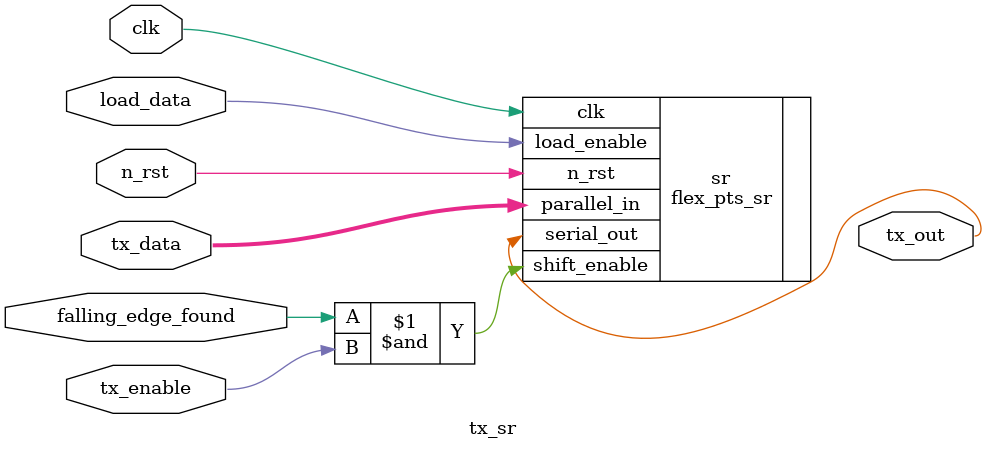
<source format=sv>
module tx_sr
(
	input clk,n_rst,falling_edge_found,tx_enable,load_data,
	input [7:0]tx_data,
	output tx_out
	
);
	
	flex_pts_sr #(8,1) sr (
		.clk(clk),
		.n_rst(n_rst),
		.shift_enable(falling_edge_found&tx_enable),
		.load_enable(load_data),
		.parallel_in(tx_data),
		.serial_out(tx_out)
	);


endmodule
</source>
